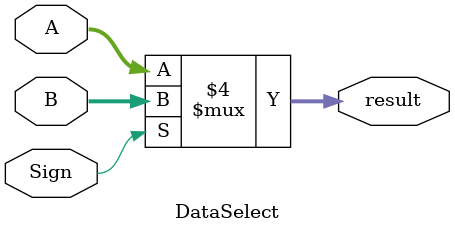
<source format=v>
`timescale 1ns / 1ps
module DataSelect(result, Sign, A, B
    );
	 input Sign;
	 input [31:0] A, B;
	 output reg [31:0] result;
	 
	 always @ (A or B or Sign) begin
	        if (Sign == 0) result = A;
	        else result = B;
	 end
	 
endmodule

</source>
